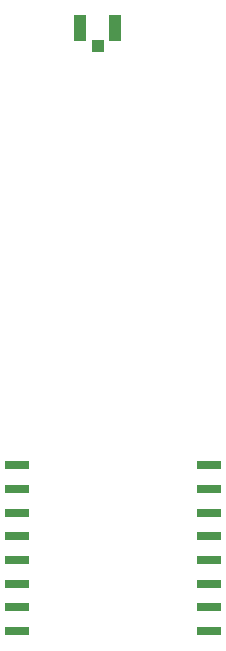
<source format=gbp>
G04 #@! TF.GenerationSoftware,KiCad,Pcbnew,8.0.4*
G04 #@! TF.CreationDate,2025-01-30T11:26:39-05:00*
G04 #@! TF.ProjectId,Cubesat_pcb,43756265-7361-4745-9f70-63622e6b6963,rev?*
G04 #@! TF.SameCoordinates,Original*
G04 #@! TF.FileFunction,Paste,Bot*
G04 #@! TF.FilePolarity,Positive*
%FSLAX46Y46*%
G04 Gerber Fmt 4.6, Leading zero omitted, Abs format (unit mm)*
G04 Created by KiCad (PCBNEW 8.0.4) date 2025-01-30 11:26:39*
%MOMM*%
%LPD*%
G01*
G04 APERTURE LIST*
%ADD10R,2.000000X0.800000*%
%ADD11R,1.000000X1.050000*%
%ADD12R,1.050000X2.200000*%
G04 APERTURE END LIST*
D10*
G04 #@! TO.C,U1*
X7399132Y24611654D03*
X7399132Y26611654D03*
X7399132Y28611654D03*
X7399132Y30611654D03*
X7399132Y32611654D03*
X7399132Y34611654D03*
X7399132Y36611654D03*
X7399132Y38611654D03*
X23599132Y38611654D03*
X23599132Y36611654D03*
X23599132Y34611654D03*
X23599132Y32611654D03*
X23599132Y30611654D03*
X23599132Y28611654D03*
X23599132Y26611654D03*
X23599132Y24611654D03*
G04 #@! TD*
D11*
G04 #@! TO.C,J2*
X14199132Y74086654D03*
D12*
X12724132Y75611654D03*
X15674132Y75611654D03*
G04 #@! TD*
M02*

</source>
